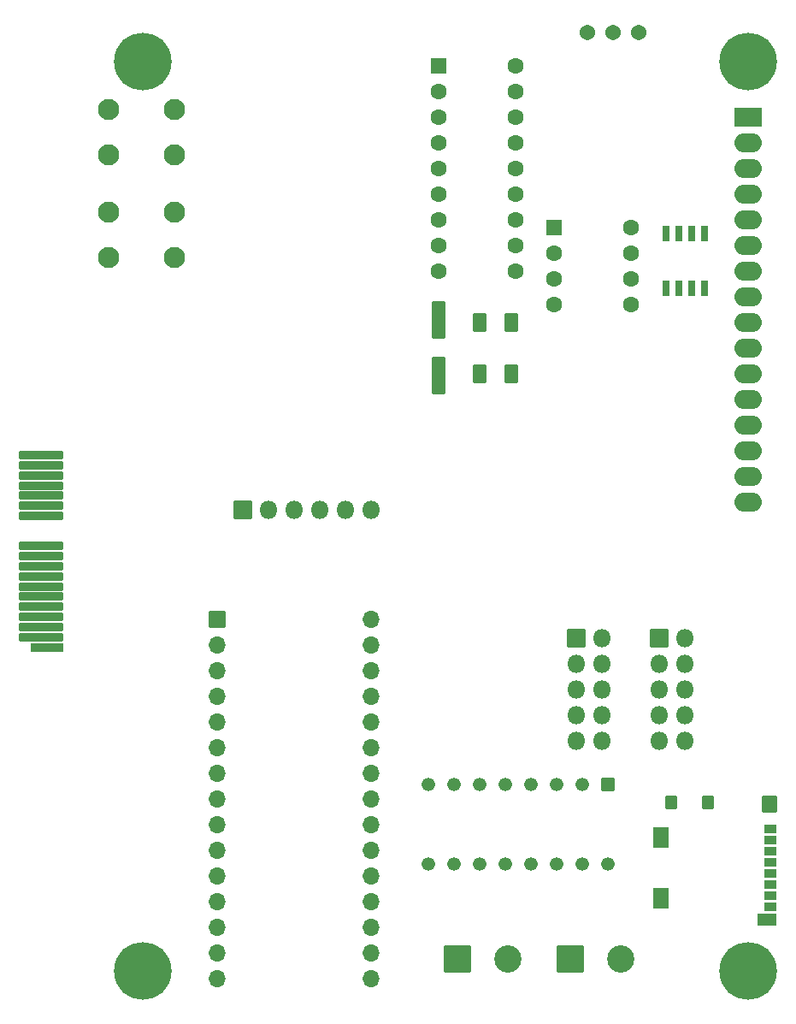
<source format=gbr>
%TF.GenerationSoftware,KiCad,Pcbnew,7.0.7*%
%TF.CreationDate,2024-11-29T17:50:20-06:00*%
%TF.ProjectId,DAQ Rev 2,44415120-5265-4762-9032-2e6b69636164,rev?*%
%TF.SameCoordinates,Original*%
%TF.FileFunction,Soldermask,Top*%
%TF.FilePolarity,Negative*%
%FSLAX46Y46*%
G04 Gerber Fmt 4.6, Leading zero omitted, Abs format (unit mm)*
G04 Created by KiCad (PCBNEW 7.0.7) date 2024-11-29 17:50:20*
%MOMM*%
%LPD*%
G01*
G04 APERTURE LIST*
G04 Aperture macros list*
%AMRoundRect*
0 Rectangle with rounded corners*
0 $1 Rounding radius*
0 $2 $3 $4 $5 $6 $7 $8 $9 X,Y pos of 4 corners*
0 Add a 4 corners polygon primitive as box body*
4,1,4,$2,$3,$4,$5,$6,$7,$8,$9,$2,$3,0*
0 Add four circle primitives for the rounded corners*
1,1,$1+$1,$2,$3*
1,1,$1+$1,$4,$5*
1,1,$1+$1,$6,$7*
1,1,$1+$1,$8,$9*
0 Add four rect primitives between the rounded corners*
20,1,$1+$1,$2,$3,$4,$5,0*
20,1,$1+$1,$4,$5,$6,$7,0*
20,1,$1+$1,$6,$7,$8,$9,0*
20,1,$1+$1,$8,$9,$2,$3,0*%
G04 Aperture macros list end*
%ADD10C,5.700000*%
%ADD11RoundRect,0.050000X-0.800000X-0.800000X0.800000X-0.800000X0.800000X0.800000X-0.800000X0.800000X0*%
%ADD12O,1.700000X1.700000*%
%ADD13RoundRect,0.050000X-0.850000X-0.850000X0.850000X-0.850000X0.850000X0.850000X-0.850000X0.850000X0*%
%ADD14O,1.800000X1.800000*%
%ADD15RoundRect,0.300000X0.412500X0.650000X-0.412500X0.650000X-0.412500X-0.650000X0.412500X-0.650000X0*%
%ADD16RoundRect,0.050000X-0.266700X0.730250X-0.266700X-0.730250X0.266700X-0.730250X0.266700X0.730250X0*%
%ADD17RoundRect,0.050000X-0.850000X0.850000X-0.850000X-0.850000X0.850000X-0.850000X0.850000X0.850000X0*%
%ADD18C,2.100000*%
%ADD19RoundRect,0.102000X-0.565000X0.565000X-0.565000X-0.565000X0.565000X-0.565000X0.565000X0.565000X0*%
%ADD20C,1.334000*%
%ADD21RoundRect,0.050000X-0.749300X-0.749300X0.749300X-0.749300X0.749300X0.749300X-0.749300X0.749300X0*%
%ADD22C,1.598600*%
%ADD23RoundRect,0.050000X0.571500X-0.406400X0.571500X0.406400X-0.571500X0.406400X-0.571500X-0.406400X0*%
%ADD24RoundRect,0.050000X0.520700X-0.622300X0.520700X0.622300X-0.520700X0.622300X-0.520700X-0.622300X0*%
%ADD25RoundRect,0.050000X0.698500X-0.800100X0.698500X0.800100X-0.698500X0.800100X-0.698500X-0.800100X0*%
%ADD26RoundRect,0.050000X0.890300X-0.515300X0.890300X0.515300X-0.890300X0.515300X-0.890300X-0.515300X0*%
%ADD27RoundRect,0.050000X0.698500X-0.977900X0.698500X0.977900X-0.698500X0.977900X-0.698500X-0.977900X0*%
%ADD28C,1.540000*%
%ADD29RoundRect,0.050000X-1.300000X-1.300000X1.300000X-1.300000X1.300000X1.300000X-1.300000X1.300000X0*%
%ADD30C,2.700000*%
%ADD31RoundRect,0.050000X-1.300000X0.900000X-1.300000X-0.900000X1.300000X-0.900000X1.300000X0.900000X0*%
%ADD32O,2.700000X1.900000*%
%ADD33RoundRect,0.102000X-0.600000X1.750000X-0.600000X-1.750000X0.600000X-1.750000X0.600000X1.750000X0*%
%ADD34RoundRect,0.300000X-0.412500X-0.650000X0.412500X-0.650000X0.412500X0.650000X-0.412500X0.650000X0*%
%ADD35RoundRect,0.050000X1.600000X-0.350000X1.600000X0.350000X-1.600000X0.350000X-1.600000X-0.350000X0*%
%ADD36RoundRect,0.050000X2.150000X-0.350000X2.150000X0.350000X-2.150000X0.350000X-2.150000X-0.350000X0*%
G04 APERTURE END LIST*
D10*
%TO.C,H1*%
X127600000Y-44800000D03*
%TD*%
%TO.C,H2*%
X187600000Y-44800000D03*
%TD*%
%TO.C,H3*%
X127600000Y-134800000D03*
%TD*%
%TO.C,H4*%
X187600000Y-134800000D03*
%TD*%
D11*
%TO.C,A1*%
X135000000Y-100000000D03*
D12*
X135000000Y-102540000D03*
X135000000Y-105080000D03*
X135000000Y-107620000D03*
X135000000Y-110160000D03*
X135000000Y-112700000D03*
X135000000Y-115240000D03*
X135000000Y-117780000D03*
X135000000Y-120320000D03*
X135000000Y-122860000D03*
X135000000Y-125400000D03*
X135000000Y-127940000D03*
X135000000Y-130480000D03*
X135000000Y-133020000D03*
X135000000Y-135560000D03*
X150240000Y-135560000D03*
X150240000Y-133020000D03*
X150240000Y-130480000D03*
X150240000Y-127940000D03*
X150240000Y-125400000D03*
X150240000Y-122860000D03*
X150240000Y-120320000D03*
X150240000Y-117780000D03*
X150240000Y-115240000D03*
X150240000Y-112700000D03*
X150240000Y-110160000D03*
X150240000Y-107620000D03*
X150240000Y-105080000D03*
X150240000Y-102540000D03*
X150240000Y-100000000D03*
%TD*%
D13*
%TO.C,J5*%
X170600000Y-101859000D03*
D14*
X173140000Y-101859000D03*
X170600000Y-104399000D03*
X173140000Y-104399000D03*
X170600000Y-106939000D03*
X173140000Y-106939000D03*
X170600000Y-109479000D03*
X173140000Y-109479000D03*
X170600000Y-112019000D03*
X173140000Y-112019000D03*
%TD*%
D15*
%TO.C,C7*%
X164122500Y-75692000D03*
X160997500Y-75692000D03*
%TD*%
D16*
%TO.C,U7*%
X183261000Y-61791850D03*
X181991000Y-61791850D03*
X180721000Y-61791850D03*
X179451000Y-61791850D03*
X179451000Y-67240150D03*
X180721000Y-67240150D03*
X181991000Y-67240150D03*
X183261000Y-67240150D03*
%TD*%
D17*
%TO.C,Pmod1*%
X137541000Y-89154000D03*
D14*
X140081000Y-89154000D03*
X142621000Y-89154000D03*
X145161000Y-89154000D03*
X147701000Y-89154000D03*
X150241000Y-89154000D03*
%TD*%
D18*
%TO.C,SW2*%
X130758000Y-54066000D03*
X124258000Y-54066000D03*
X130758000Y-49566000D03*
X124258000Y-49566000D03*
%TD*%
D19*
%TO.C,U1*%
X173736000Y-116332000D03*
D20*
X171196000Y-116332000D03*
X168656000Y-116332000D03*
X166116000Y-116332000D03*
X163576000Y-116332000D03*
X161036000Y-116332000D03*
X158496000Y-116332000D03*
X155956000Y-116332000D03*
X155956000Y-124272000D03*
X158496000Y-124272000D03*
X161036000Y-124272000D03*
X163576000Y-124272000D03*
X166116000Y-124272000D03*
X168656000Y-124272000D03*
X171196000Y-124272000D03*
X173736000Y-124272000D03*
%TD*%
D21*
%TO.C,U2*%
X168402000Y-61214000D03*
D22*
X168402000Y-63754000D03*
X168402000Y-66294000D03*
X168402000Y-68834000D03*
X176022000Y-68834000D03*
X176022000Y-66294000D03*
X176022000Y-63754000D03*
X176022000Y-61214000D03*
%TD*%
D23*
%TO.C,J2*%
X189792000Y-120745001D03*
X189792000Y-121845001D03*
X189792000Y-122945002D03*
X189792000Y-124045002D03*
X189792000Y-125145002D03*
X189792000Y-126245003D03*
X189792000Y-127345000D03*
X189792000Y-128445001D03*
D24*
X183642000Y-118110000D03*
X179942000Y-118110000D03*
D25*
X189666999Y-118285001D03*
D26*
X189478800Y-129699301D03*
D27*
X178967000Y-127579991D03*
X178967000Y-121609990D03*
%TD*%
D28*
%TO.C,RV1*%
X176784000Y-41910000D03*
X174244000Y-41910000D03*
X171704000Y-41910000D03*
%TD*%
D29*
%TO.C,J4*%
X169966000Y-133655000D03*
D30*
X174966000Y-133655000D03*
%TD*%
D21*
%TO.C,U6*%
X156972000Y-45212000D03*
D22*
X156972000Y-47752000D03*
X156972000Y-50292000D03*
X156972000Y-52832000D03*
X156972000Y-55372000D03*
X156972000Y-57912000D03*
X156972000Y-60452000D03*
X156972000Y-62992000D03*
X156972000Y-65532000D03*
X164592000Y-65532000D03*
X164592000Y-62992000D03*
X164592000Y-60452000D03*
X164592000Y-57912000D03*
X164592000Y-55372000D03*
X164592000Y-52832000D03*
X164592000Y-50292000D03*
X164592000Y-47752000D03*
X164592000Y-45212000D03*
%TD*%
D18*
%TO.C,SW1*%
X130758000Y-64226000D03*
X124258000Y-64226000D03*
X130758000Y-59726000D03*
X124258000Y-59726000D03*
%TD*%
D29*
%TO.C,J3*%
X158790000Y-133655000D03*
D30*
X163790000Y-133655000D03*
%TD*%
D31*
%TO.C,U4*%
X187600000Y-50299100D03*
D32*
X187600000Y-52839100D03*
X187600000Y-55379100D03*
X187600000Y-57919100D03*
X187600000Y-60459100D03*
X187600000Y-62999100D03*
X187600000Y-65539100D03*
X187600000Y-68079100D03*
X187600000Y-70619100D03*
X187600000Y-73159100D03*
X187600000Y-75699100D03*
X187600000Y-78239100D03*
X187600000Y-80779100D03*
X187600000Y-83319100D03*
X187600000Y-85859100D03*
X187600000Y-88399100D03*
%TD*%
D13*
%TO.C,J6*%
X178811000Y-101859000D03*
D14*
X181351000Y-101859000D03*
X178811000Y-104399000D03*
X181351000Y-104399000D03*
X178811000Y-106939000D03*
X181351000Y-106939000D03*
X178811000Y-109479000D03*
X181351000Y-109479000D03*
X178811000Y-112019000D03*
X181351000Y-112019000D03*
%TD*%
D33*
%TO.C,Y2*%
X156972000Y-70402000D03*
X156972000Y-75902000D03*
%TD*%
D34*
%TO.C,C5*%
X160997500Y-70612000D03*
X164122500Y-70612000D03*
%TD*%
D35*
%TO.C,J1*%
X118130000Y-102770000D03*
D36*
X117580000Y-101770000D03*
X117580000Y-100770000D03*
X117580000Y-99770000D03*
X117580000Y-98770000D03*
X117580000Y-97770000D03*
X117580000Y-96770000D03*
X117580000Y-95770000D03*
X117580000Y-94770000D03*
X117580000Y-93770000D03*
X117580000Y-92770000D03*
X117580000Y-89770000D03*
X117580000Y-88770000D03*
X117580000Y-87770000D03*
X117580000Y-86770000D03*
X117580000Y-85770000D03*
X117580000Y-84770000D03*
X117580000Y-83770000D03*
%TD*%
M02*

</source>
